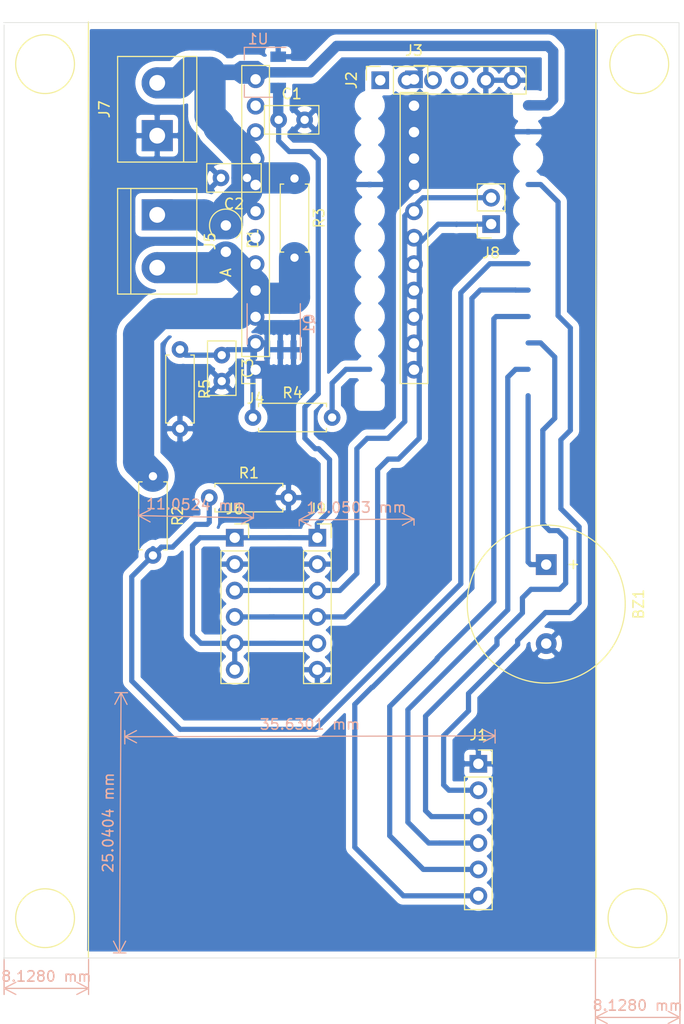
<source format=kicad_pcb>
(kicad_pcb (version 20211014) (generator pcbnew)
  (layers (0 "F.Cu" signal) (31 "B.Cu" signal) (34 "B.Paste" user) (35 "F.Paste" user) (36 "B.SilkS" user "B.Silkscreen") (37 "F.SilkS" user "F.Silkscreen") (38 "B.Mask" user) (39 "F.Mask" user) (44 "Edge.Cuts" user))
  (net 0 "")
  (net 1 "GND")
  (net 2 "VBAT")
  (net 3 "Net-(D1-Pad2)")
  (net 4 "SCK")
  (net 5 "MISO")
  (net 6 "CS")
  (net 7 "MOSI")
  (net 8 "ANAL_INPUT_V_NÍQUEL")
  (net 9 "RST")
  (net 10 "Net-(C3-Pad1)")
  (net 11 "D8")
  (net 12 "VCC")
  (net 13 "5V")
  (net 14 "SDA")
  (net 15 "SCL")
  (net 16 "10")
  (footprint "Capacitor_THT:C_Disc_D5.0mm_W2.5mm_P2.50mm" (layer "F.Cu") (at 114.98 95.5 -90)
    (fp_text reference "C3" (at 1.25 -2.5 90) (layer "F.SilkS"))
    (fp_text value "100n")
    (fp_line (start 3.87 -1.37) (end 3.87 1.37) (layer "F.SilkS") (width 0.12))
    (fp_line (start -1.37 -1.37) (end 3.87 -1.37) (layer "F.SilkS") (width 0.12))
    (fp_line (start -1.37 -1.37) (end -1.37 1.37) (layer "F.SilkS") (width 0.12))
    (fp_line (start -1.37 1.37) (end 3.87 1.37) (layer "F.SilkS") (width 0.12))
    (pad "1" thru_hole circle locked (at 0 0 270) (size 1.6 1.6) (drill 0.8) (layers *.Cu *.Mask) (net 10 "Net-(C3-Pad1)"))
    (pad "2" thru_hole circle locked (at 2.5 0 270) (size 1.6 1.6) (drill 0.8) (layers *.Cu *.Mask) (net 1 "GND"))
  )
  (footprint "TerminalBlock:TerminalBlock_bornier-2_P5.08mm" (layer "F.Cu") (at 108.77 74.382 90)
    (fp_text reference "J7" (at 2.54 -5.08 90) (layer "F.SilkS"))
    (fp_text value "Screw_Terminal_01x02")
    (fp_line (start -2.54 3.81) (end 7.62 3.81) (layer "F.SilkS") (width 0.12))
    (fp_line (start 7.62 3.81) (end 7.62 -3.81) (layer "F.SilkS") (width 0.12))
    (fp_line (start -2.54 -3.81) (end -2.54 3.81) (layer "F.SilkS") (width 0.12))
    (fp_line (start 7.62 -3.81) (end -2.54 -3.81) (layer "F.SilkS") (width 0.12))
    (fp_line (start 7.62 2.54) (end -2.54 2.54) (layer "F.SilkS") (width 0.12))
    (pad "1" thru_hole rect locked (at 0 0 90) (size 3 3) (drill 1.52) (layers *.Cu *.Mask) (net 1 "GND"))
    (pad "2" thru_hole circle locked (at 5.08 0 90) (size 3 3) (drill 1.52) (layers *.Cu *.Mask) (net 2 "VBAT"))
  )
  (footprint "Connector_PinSocket_2.54mm:PinSocket_1x12_P2.54mm_Vertical" (layer "F.Cu") (at 118.237 96.901 180)
    (fp_text reference "J4" (at 0 -2.77) (layer "F.SilkS"))
    (fp_text value "Conn_01x12_Female")
    (fp_line (start -1.33 1.27) (end 1.33 1.27) (layer "F.SilkS") (width 0.12))
    (fp_line (start 0 -1.33) (end 1.33 -1.33) (layer "F.SilkS") (width 0.12))
    (fp_line (start 1.33 1.27) (end 1.33 29.27) (layer "F.SilkS") (width 0.12))
    (fp_line (start -1.33 1.27) (end -1.33 29.27) (layer "F.SilkS") (width 0.12))
    (fp_line (start 1.33 -1.33) (end 1.33 0) (layer "F.SilkS") (width 0.12))
    (fp_line (start -1.33 29.27) (end 1.33 29.27) (layer "F.SilkS") (width 0.12))
    (pad "1" thru_hole rect locked (at 0 0 180) (size 1.7 1.7) (drill 1) (layers *.Cu *.Mask))
    (pad "2" thru_hole oval locked (at 0 2.54 180) (size 1.7 1.7) (drill 1) (layers *.Cu *.Mask) (net 11 "D8"))
    (pad "3" thru_hole oval locked (at 0 5.08 180) (size 1.7 1.7) (drill 1) (layers *.Cu *.Mask))
    (pad "4" thru_hole oval locked (at 0 7.62 180) (size 1.7 1.7) (drill 1) (layers *.Cu *.Mask))
    (pad "5" thru_hole oval locked (at 0 10.16 180) (size 1.7 1.7) (drill 1) (layers *.Cu *.Mask))
    (pad "6" thru_hole oval locked (at 0 12.7 180) (size 1.7 1.7) (drill 1) (layers *.Cu *.Mask))
    (pad "7" thru_hole oval locked (at 0 15.24 180) (size 1.7 1.7) (drill 1) (layers *.Cu *.Mask))
    (pad "8" thru_hole oval locked (at 0 17.78 180) (size 1.7 1.7) (drill 1) (layers *.Cu *.Mask))
    (pad "9" thru_hole oval locked (at 0 20.32 180) (size 1.7 1.7) (drill 1) (layers *.Cu *.Mask) (net 1 "GND"))
    (pad "10" thru_hole oval locked (at 0 22.86 180) (size 1.7 1.7) (drill 1) (layers *.Cu *.Mask) (net 9 "RST"))
    (pad "11" thru_hole oval locked (at 0 25.4 180) (size 1.7 1.7) (drill 1) (layers *.Cu *.Mask))
    (pad "12" thru_hole oval locked (at 0 27.94 180) (size 1.7 1.7) (drill 1) (layers *.Cu *.Mask))
  )
  (footprint "Capacitor_THT:C_Disc_D5.0mm_W2.5mm_P2.50mm" (layer "F.Cu") (at 120.454 72.858)
    (fp_text reference "C1" (at 1.25 -2.5 180) (layer "F.SilkS"))
    (fp_text value "C")
    (fp_line (start -1.37 1.37) (end 3.87 1.37) (layer "F.SilkS") (width 0.12))
    (fp_line (start -1.37 -1.37) (end -1.37 1.37) (layer "F.SilkS") (width 0.12))
    (fp_line (start -1.37 -1.37) (end 3.87 -1.37) (layer "F.SilkS") (width 0.12))
    (fp_line (start 3.87 -1.37) (end 3.87 1.37) (layer "F.SilkS") (width 0.12))
    (pad "1" thru_hole circle locked (at 0 0) (size 1.6 1.6) (drill 0.8) (layers *.Cu *.Mask) (net 12 "VCC"))
    (pad "2" thru_hole circle locked (at 2.5 0) (size 1.6 1.6) (drill 0.8) (layers *.Cu *.Mask) (net 1 "GND"))
  )
  (footprint "Connector_PinSocket_2.54mm:PinSocket_1x06_P2.54mm_Vertical" (layer "F.Cu") (at 116.23 113.065001)
    (fp_text reference "J6" (at 0 -2.77) (layer "F.SilkS"))
    (fp_text value "Conn_01x06_Male")
    (fp_line (start 1.33 -1.33) (end 1.33 0) (layer "F.SilkS") (width 0.12))
    (fp_line (start -1.33 14.03) (end 1.33 14.03) (layer "F.SilkS") (width 0.12))
    (fp_line (start 1.33 1.27) (end 1.33 14.03) (layer "F.SilkS") (width 0.12))
    (fp_line (start -1.33 1.27) (end 1.33 1.27) (layer "F.SilkS") (width 0.12))
    (fp_line (start 0 -1.33) (end 1.33 -1.33) (layer "F.SilkS") (width 0.12))
    (fp_line (start -1.33 1.27) (end -1.33 14.03) (layer "F.SilkS") (width 0.12))
    (pad "1" thru_hole rect locked (at 0 0) (size 1.7 1.7) (drill 1) (layers *.Cu *.Mask) (net 12 "VCC"))
    (pad "2" thru_hole oval locked (at 0 2.54) (size 1.7 1.7) (drill 1) (layers *.Cu *.Mask) (net 1 "GND"))
    (pad "3" thru_hole oval locked (at 0 5.08) (size 1.7 1.7) (drill 1) (layers *.Cu *.Mask) (net 15 "SCL"))
    (pad "4" thru_hole oval locked (at 0 7.62) (size 1.7 1.7) (drill 1) (layers *.Cu *.Mask) (net 14 "SDA"))
    (pad "5" thru_hole oval locked (at 0 10.16) (size 1.7 1.7) (drill 1) (layers *.Cu *.Mask) (net 12 "VCC"))
    (pad "6" thru_hole oval locked (at 0 12.7) (size 1.7 1.7) (drill 1) (layers *.Cu *.Mask) (net 12 "VCC"))
  )
  (footprint "Resistor_THT:R_Axial_DIN0207_L6.3mm_D2.5mm_P7.62mm_Horizontal" (layer "F.Cu") (at 113.78 109.21)
    (fp_text reference "R1" (at 3.81 -2.37) (layer "F.SilkS"))
    (fp_text value "R")
    (fp_line (start 0.54 -1.37) (end 7.08 -1.37) (layer "F.SilkS") (width 0.12))
    (fp_line (start 7.08 -1.37) (end 7.08 -1.04) (layer "F.SilkS") (width 0.12))
    (fp_line (start 0.54 1.37) (end 7.08 1.37) (layer "F.SilkS") (width 0.12))
    (fp_line (start 0.54 1.04) (end 0.54 1.37) (layer "F.SilkS") (width 0.12))
    (fp_line (start 7.08 1.37) (end 7.08 1.04) (layer "F.SilkS") (width 0.12))
    (fp_line (start 0.54 -1.04) (end 0.54 -1.37) (layer "F.SilkS") (width 0.12))
    (pad "1" thru_hole circle locked (at 0 0) (size 1.6 1.6) (drill 0.8) (layers *.Cu *.Mask) (net 8 "ANAL_INPUT_V_NÍQUEL"))
    (pad "2" thru_hole oval locked (at 7.62 0) (size 1.6 1.6) (drill 0.8) (layers *.Cu *.Mask) (net 1 "GND"))
  )
  (footprint "Connector_PinSocket_2.54mm:PinSocket_1x06_P2.54mm_Vertical" (layer "F.Cu") (at 130.22792 69.048 90)
    (fp_text reference "J2" (at 0 -2.77 90) (layer "F.SilkS"))
    (fp_text value "Conn_01x06_Female")
    (fp_line (start -1.33 1.27) (end 1.33 1.27) (layer "F.SilkS") (width 0.12))
    (fp_line (start 1.33 1.27) (end 1.33 14.03) (layer "F.SilkS") (width 0.12))
    (fp_line (start -1.33 14.03) (end 1.33 14.03) (layer "F.SilkS") (width 0.12))
    (fp_line (start -1.33 1.27) (end -1.33 14.03) (layer "F.SilkS") (width 0.12))
    (fp_line (start 0 -1.33) (end 1.33 -1.33) (layer "F.SilkS") (width 0.12))
    (fp_line (start 1.33 -1.33) (end 1.33 0) (layer "F.SilkS") (width 0.12))
    (pad "1" thru_hole rect locked (at 0 0 90) (size 1.7 1.7) (drill 1) (layers *.Cu *.Mask))
    (pad "2" thru_hole oval locked (at 0 2.54 90) (size 1.7 1.7) (drill 1) (layers *.Cu *.Mask))
    (pad "3" thru_hole oval locked (at 0 5.08 90) (size 1.7 1.7) (drill 1) (layers *.Cu *.Mask))
    (pad "4" thru_hole oval locked (at 0 7.62 90) (size 1.7 1.7) (drill 1) (layers *.Cu *.Mask) (net 13 "5V"))
    (pad "5" thru_hole oval locked (at 0 10.16 90) (size 1.7 1.7) (drill 1) (layers *.Cu *.Mask) (net 1 "GND"))
    (pad "6" thru_hole oval locked (at 0 12.7 90) (size 1.7 1.7) (drill 1) (layers *.Cu *.Mask) (net 1 "GND"))
  )
  (footprint "Connector_PinSocket_2.54mm:PinSocket_1x12_P2.54mm_Vertical" (layer "F.Cu") (at 133.477 68.961)
    (fp_text reference "J3" (at 0 -2.77) (layer "F.SilkS"))
    (fp_text value "Conn_01x12_Female")
    (fp_line (start -1.33 1.27) (end 1.33 1.27) (layer "F.SilkS") (width 0.12))
    (fp_line (start -1.33 1.27) (end -1.33 29.27) (layer "F.SilkS") (width 0.12))
    (fp_line (start 0 -1.33) (end 1.33 -1.33) (layer "F.SilkS") (width 0.12))
    (fp_line (start -1.33 29.27) (end 1.33 29.27) (layer "F.SilkS") (width 0.12))
    (fp_line (start 1.33 -1.33) (end 1.33 0) (layer "F.SilkS") (width 0.12))
    (fp_line (start 1.33 1.27) (end 1.33 29.27) (layer "F.SilkS") (width 0.12))
    (pad "1" thru_hole rect locked (at 0 0) (size 1.7 1.7) (drill 1) (layers *.Cu *.Mask) (net 2 "VBAT"))
    (pad "2" thru_hole oval locked (at 0 2.54) (size 1.7 1.7) (drill 1) (layers *.Cu *.Mask) (net 1 "GND"))
    (pad "3" thru_hole oval locked (at 0 5.08) (size 1.7 1.7) (drill 1) (layers *.Cu *.Mask) (net 9 "RST"))
    (pad "4" thru_hole oval locked (at 0 7.62) (size 1.7 1.7) (drill 1) (layers *.Cu *.Mask) (net 13 "5V"))
    (pad "5" thru_hole oval locked (at 0 10.16) (size 1.7 1.7) (drill 1) (layers *.Cu *.Mask))
    (pad "6" thru_hole oval locked (at 0 12.7) (size 1.7 1.7) (drill 1) (layers *.Cu *.Mask))
    (pad "7" thru_hole oval locked (at 0 15.24) (size 1.7 1.7) (drill 1) (layers *.Cu *.Mask) (net 8 "ANAL_INPUT_V_NÍQUEL"))
    (pad "8" thru_hole oval locked (at 0 17.78) (size 1.7 1.7) (drill 1) (layers *.Cu *.Mask) (net 6 "CS"))
    (pad "9" thru_hole oval locked (at 0 20.32) (size 1.7 1.7) (drill 1) (layers *.Cu *.Mask) (net 4 "SCK"))
    (pad "10" thru_hole oval locked (at 0 22.86) (size 1.7 1.7) (drill 1) (layers *.Cu *.Mask) (net 5 "MISO"))
    (pad "11" thru_hole oval locked (at 0 25.4) (size 1.7 1.7) (drill 1) (layers *.Cu *.Mask) (net 7 "MOSI"))
    (pad "12" thru_hole oval locked (at 0 27.94) (size 1.7 1.7) (drill 1) (layers *.Cu *.Mask) (net 16 "10"))
  )
  (footprint "Connector_PinSocket_2.54mm:PinSocket_1x06_P2.54mm_Vertical" (layer "F.Cu") (at 124.179001 113.065001)
    (fp_text reference "J9" (at 0 -2.77) (layer "F.SilkS"))
    (fp_text value "Conn_01x06_Male")
    (fp_line (start -1.33 1.27) (end 1.33 1.27) (layer "F.SilkS") (width 0.12))
    (fp_line (start 1.33 1.27) (end 1.33 14.03) (layer "F.SilkS") (width 0.12))
    (fp_line (start -1.33 1.27) (end -1.33 14.03) (layer "F.SilkS") (width 0.12))
    (fp_line (start 1.33 -1.33) (end 1.33 0) (layer "F.SilkS") (width 0.12))
    (fp_line (start 0 -1.33) (end 1.33 -1.33) (layer "F.SilkS") (width 0.12))
    (fp_line (start -1.33 14.03) (end 1.33 14.03) (layer "F.SilkS") (width 0.12))
    (pad "1" thru_hole rect locked (at 0 0) (size 1.7 1.7) (drill 1) (layers *.Cu *.Mask) (net 12 "VCC"))
    (pad "2" thru_hole oval locked (at 0 2.54) (size 1.7 1.7) (drill 1) (layers *.Cu *.Mask) (net 1 "GND"))
    (pad "3" thru_hole oval locked (at 0 5.08) (size 1.7 1.7) (drill 1) (layers *.Cu *.Mask) (net 15 "SCL"))
    (pad "4" thru_hole oval locked (at 0 7.62) (size 1.7 1.7) (drill 1) (layers *.Cu *.Mask) (net 14 "SDA"))
    (pad "5" thru_hole oval locked (at 0 10.16) (size 1.7 1.7) (drill 1) (layers *.Cu *.Mask) (net 12 "VCC"))
    (pad "6" thru_hole oval locked (at 0 12.7) (size 1.7 1.7) (drill 1) (layers *.Cu *.Mask) (net 1 "GND"))
  )
  (footprint "Buzzer_Beeper:Buzzer_15x7.5RM7.6" (layer "F.Cu") (at 146.2 115.65 -90)
    (fp_text reference "BZ1" (at 3.81 -8.89 90) (layer "F.SilkS"))
    (fp_text value "Buzzer")
    (fp_text user "+" (at -0.01 -2.54 90) (layer "F.SilkS"))
    (fp_circle (center 3.8 0) (end 11.4 0) (layer "F.SilkS") (width 0.12) (fill none))
    (pad "1" thru_hole rect locked (at 0 0 270) (size 2 2) (drill 1) (layers *.Cu *.Mask) (net 16 "10"))
    (pad "2" thru_hole circle locked (at 7.6 0 270) (size 2 2) (drill 1) (layers *.Cu *.Mask) (net 1 "GND"))
  )
  (footprint "TerminalBlock:TerminalBlock_bornier-2_P5.08mm" (layer "F.Cu") (at 108.77 82.002 -90)
    (fp_text reference "J5" (at 2.54 -5.08 90) (layer "F.SilkS"))
    (fp_text value "Screw_Terminal_01x02")
    (fp_line (start 7.62 -3.81) (end -2.54 -3.81) (layer "F.SilkS") (width 0.12))
    (fp_line (start -2.54 3.81) (end 7.62 3.81) (layer "F.SilkS") (width 0.12))
    (fp_line (start 7.62 2.54) (end -2.54 2.54) (layer "F.SilkS") (width 0.12))
    (fp_line (start -2.54 -3.81) (end -2.54 3.81) (layer "F.SilkS") (width 0.12))
    (fp_line (start 7.62 3.81) (end 7.62 -3.81) (layer "F.SilkS") (width 0.12))
    (pad "1" thru_hole rect locked (at 0 0 270) (size 3 3) (drill 1.52) (layers *.Cu *.Mask) (net 2 "VBAT"))
    (pad "2" thru_hole circle locked (at 5.08 0 270) (size 3 3) (drill 1.52) (layers *.Cu *.Mask) (net 3 "Net-(D1-Pad2)"))
  )
  (footprint "Resistor_THT:R_Axial_DIN0207_L6.3mm_D2.5mm_P7.62mm_Horizontal" (layer "F.Cu") (at 121.98 78.5 -90)
    (fp_text reference "R3" (at 3.81 -2.37 90) (layer "F.SilkS"))
    (fp_text value "R")
    (fp_line (start 0.54 -1.04) (end 0.54 -1.37) (layer "F.SilkS") (width 0.12))
    (fp_line (start 0.54 1.37) (end 7.08 1.37) (layer "F.SilkS") (width 0.12))
    (fp_line (start 7.08 1.37) (end 7.08 1.04) (layer "F.SilkS") (width 0.12))
    (fp_line (start 0.54 -1.37) (end 7.08 -1.37) (layer "F.SilkS") (width 0.12))
    (fp_line (start 0.54 1.04) (end 0.54 1.37) (layer "F.SilkS") (width 0.12))
    (fp_line (start 7.08 -1.37) (end 7.08 -1.04) (layer "F.SilkS") (width 0.12))
    (pad "1" thru_hole circle locked (at 0 0 270) (size 1.6 1.6) (drill 0.8) (layers *.Cu *.Mask) (net 2 "VBAT"))
    (pad "2" thru_hole oval locked (at 7.62 0 270) (size 1.6 1.6) (drill 0.8) (layers *.Cu *.Mask) (net 3 "Net-(D1-Pad2)"))
  )
  (footprint "Capacitor_THT:C_Disc_D5.0mm_W2.5mm_P2.50mm" (layer "F.Cu") (at 117.406 78.446 180)
    (fp_text reference "C2" (at 1.25 -2.5) (layer "F.SilkS"))
    (fp_text value "C")
    (fp_line (start 3.87 -1.37) (end 3.87 1.37) (layer "F.SilkS") (width 0.12))
    (fp_line (start -1.37 1.37) (end 3.87 1.37) (layer "F.SilkS") (width 0.12))
    (fp_line (start -1.37 -1.37) (end 3.87 -1.37) (layer "F.SilkS") (width 0.12))
    (fp_line (start -1.37 -1.37) (end -1.37 1.37) (layer "F.SilkS") (width 0.12))
    (pad "1" thru_hole circle locked (at 0 0 180) (size 1.6 1.6) (drill 0.8) (layers *.Cu *.Mask) (net 2 "VBAT"))
    (pad "2" thru_hole circle locked (at 2.5 0 180) (size 1.6 1.6) (drill 0.8) (layers *.Cu *.Mask) (net 1 "GND"))
  )
  (footprint "Resistor_THT:R_Axial_DIN0207_L6.3mm_D2.5mm_P7.62mm_Horizontal" (layer "F.Cu") (at 108.36 107.15 -90)
    (fp_text reference "R2" (at 3.81 -2.37 90) (layer "F.SilkS"))
    (fp_text value "R")
    (fp_line (start 0.54 1.37) (end 7.08 1.37) (layer "F.SilkS") (width 0.12))
    (fp_line (start 7.08 -1.37) (end 7.08 -1.04) (layer "F.SilkS") (width 0.12))
    (fp_line (start 0.54 1.04) (end 0.54 1.37) (layer "F.SilkS") (width 0.12))
    (fp_line (start 0.54 -1.37) (end 7.08 -1.37) (layer "F.SilkS") (width 0.12))
    (fp_line (start 7.08 1.37) (end 7.08 1.04) (layer "F.SilkS") (width 0.12))
    (fp_line (start 0.54 -1.04) (end 0.54 -1.37) (layer "F.SilkS") (width 0.12))
    (pad "1" thru_hole circle locked (at 0 0 270) (size 1.6 1.6) (drill 0.8) (layers *.Cu *.Mask) (net 3 "Net-(D1-Pad2)"))
    (pad "2" thru_hole oval locked (at 7.62 0 270) (size 1.6 1.6) (drill 0.8) (layers *.Cu *.Mask) (net 8 "ANAL_INPUT_V_NÍQUEL"))
  )
  (footprint "Connector_PinSocket_2.54mm:PinSocket_1x06_P2.54mm_Vertical" (layer "F.Cu") (at 139.67 134.82)
    (fp_text reference "J1" (at 0 -2.77) (layer "F.SilkS"))
    (fp_text value "Conn_01x06_Female")
    (fp_line (start -1.33 1.27) (end -1.33 14.03) (layer "F.SilkS") (width 0.12))
    (fp_line (start 1.33 1.27) (end 1.33 14.03) (layer "F.SilkS") (width 0.12))
    (fp_line (start 0 -1.33) (end 1.33 -1.33) (layer "F.SilkS") (width 0.12))
    (fp_line (start -1.33 1.27) (end 1.33 1.27) (layer "F.SilkS") (width 0.12))
    (fp_line (start -1.33 14.03) (end 1.33 14.03) (layer "F.SilkS") (width 0.12))
    (fp_line (start 1.33 -1.33) (end 1.33 0) (layer "F.SilkS") (width 0.12))
    (pad "1" thru_hole rect locked (at 0 0) (size 1.7 1.7) (drill 1) (layers *.Cu *.Mask) (net 1 "GND"))
    (pad "2" thru_hole oval locked (at 0 2.54) (size 1.7 1.7) (drill 1) (layers *.Cu *.Mask) (net 13 "5V"))
    (pad "3" thru_hole oval locked (at 0 5.08) (size 1.7 1.7) (drill 1) (layers *.Cu *.Mask) (net 5 "MISO"))
    (pad "4" thru_hole oval locked (at 0 7.62) (size 1.7 1.7) (drill 1) (layers *.Cu *.Mask) (net 7 "MOSI"))
    (pad "5" thru_hole oval locked (at 0 10.16) (size 1.7 1.7) (drill 1) (layers *.Cu *.Mask) (net 4 "SCK"))
    (pad "6" thru_hole oval locked (at 0 12.7) (size 1.7 1.7) (drill 1) (layers *.Cu *.Mask) (net 6 "CS"))
  )
  (footprint "Resistor_THT:R_Axial_DIN0207_L6.3mm_D2.5mm_P7.62mm_Horizontal" (layer "F.Cu") (at 117.98 101.5)
    (fp_text reference "R4" (at 3.81 -2.37) (layer "F.SilkS"))
    (fp_text value "1k")
    (fp_line (start 7.08 -1.37) (end 7.08 -1.04) (layer "F.SilkS") (width 0.12))
    (fp_line (start 7.08 1.37) (end 7.08 1.04) (layer "F.SilkS") (width 0.12))
    (fp_line (start 0.54 1.37) (end 7.08 1.37) (layer "F.SilkS") (width 0.12))
    (fp_line (start 0.54 1.04) (end 0.54 1.37) (layer "F.SilkS") (width 0.12))
    (fp_line (start 0.54 -1.37) (end 7.08 -1.37) (layer "F.SilkS") (width 0.12))
    (fp_line (start 0.54 -1.04) (end 0.54 -1.37) (layer "F.SilkS") (width 0.12))
    (pad "1" thru_hole circle locked (at 0 0) (size 1.6 1.6) (drill 0.8) (layers *.Cu *.Mask) (net 10 "Net-(C3-Pad1)"))
    (pad "2" thru_hole oval locked (at 7.62 0) (size 1.6 1.6) (drill 0.8) (layers *.Cu *.Mask) (net 11 "D8"))
  )
  (footprint "Diode_THT:D_T-1_P2.54mm_Vertical_AnodeUp" (layer "F.Cu") (at 115.374 83.018 -90)
    (fp_text reference "D1" (at 1.27 -2.609214 90) (layer "F.SilkS"))
    (fp_text value "D")
    (fp_text user "A" (at 4.54 0 90) (layer "F.SilkS"))
    (fp_arc (start 1.151253 1.067982) (mid -1.56969 -0.045178) (end 1.210772 -1) (layer "F.SilkS") (width 0.12))
    (pad "1" thru_hole rect locked (at 0 0 270) (size 2 2) (drill 1) (layers *.Cu *.Mask) (net 2 "VBAT"))
    (pad "2" thru_hole oval locked (at 2.54 0 270) (size 2 2) (drill 1) (layers *.Cu *.Mask) (net 3 "Net-(D1-Pad2)"))
  )
  (footprint "Resistor_THT:R_Axial_DIN0207_L6.3mm_D2.5mm_P7.62mm_Horizontal" (layer "F.Cu") (at 110.96 94.95 -90)
    (fp_text reference "R5" (at 3.81 -2.37 90) (layer "F.SilkS"))
    (fp_text value "100k")
    (fp_line (start 7.08 -1.37) (end 7.08 -1.04) (layer "F.SilkS") (width 0.12))
    (fp_line (start 0.54 -1.37) (end 7.08 -1.37) (layer "F.SilkS") (width 0.12))
    (fp_line (start 0.54 1.37) (end 7.08 1.37) (layer "F.SilkS") (width 0.12))
    (fp_line (start 0.54 1.04) (end 0.54 1.37) (layer "F.SilkS") (width 0.12))
    (fp_line (start 0.54 -1.04) (end 0.54 -1.37) (layer "F.SilkS") (width 0.12))
    (fp_line (start 7.08 1.37) (end 7.08 1.04) (layer "F.SilkS") (width 0.12))
    (pad "1" thru_hole circle locked (at 0 0 270) (size 1.6 1.6) (drill 0.8) (layers *.Cu *.Mask) (net 10 "Net-(C3-Pad1)"))
    (pad "2" thru_hole oval locked (at 7.62 0 270) (size 1.6 1.6) (drill 0.8) (layers *.Cu *.Mask) (net 1 "GND"))
  )
  (footprint "Connector_PinSocket_2.54mm:PinSocket_1x02_P2.54mm_Vertical" (layer "F.Cu") (at 140.901 82.891 180)
    (fp_text reference "J8" (at 0 -2.77) (layer "F.SilkS"))
    (fp_text value "Conn_01x02_Female")
    (fp_line (start 1.33 1.27) (end 1.33 3.87) (layer "F.SilkS") (width 0.12))
    (fp_line (start 0 -1.33) (end 1.33 -1.33) (layer "F.SilkS") (width 0.12))
    (fp_line (start -1.33 1.27) (end 1.33 1.27) (layer "F.SilkS") (width 0.12))
    (fp_line (start 1.33 -1.33) (end 1.33 0) (layer "F.SilkS") (width 0.12))
    (fp_line (start -1.33 3.87) (end 1.33 3.87) (layer "F.SilkS") (width 0.12))
    (fp_line (start -1.33 1.27) (end -1.33 3.87) (layer "F.SilkS") (width 0.12))
    (pad "1" thru_hole rect locked (at 0 0 180) (size 1.7 1.7) (drill 1) (layers *.Cu *.Mask) (net 14 "SDA"))
    (pad "2" thru_hole oval locked (at 0 2.54 180) (size 1.7 1.7) (drill 1) (layers *.Cu *.Mask) (net 15 "SCL"))
  )
  (footprint "Package_TO_SOT_SMD:SOT-89-3" (layer "B.Cu") (at 118.93 68.286 180)
    (fp_text reference "U1" (at 0.45 3.2) (layer "B.SilkS") (effects (justify mirror)))
    (fp_text value "ME620933")
    (fp_line (start 1.78 2.4) (end 1.78 1.2) (layer "B.SilkS") (width 0.12))
    (fp_line (start -2.22 2.4) (end 1.78 2.4) (layer "B.SilkS") (width 0.12))
    (fp_line (start 1.78 -2.4) (end -0.92 -2.4) (layer "B.SilkS") (width 0.12))
    (fp_line (start 1.78 -1.2) (end 1.78 -2.4) (layer "B.SilkS") (width 0.12))
    (pad "1" smd rect locked (at -1.48 1.5 270) (size 1 1.5) (layers "B.Cu" "B.Paste" "B.Mask") (net 1 "GND"))
    (pad "2" smd rect locked (at -1.3335 0 270) (size 1 1.8) (layers "B.Cu" "B.Paste" "B.Mask") (net 2 "VBAT"))
    (pad "2" smd trapezoid locked (at -0.0762 0 90) (size 1.5 1) (rect_delta 0 -0.7) (layers "B.Cu" "B.Paste" "B.Mask") (net 2 "VBAT"))
    (pad "2" smd trapezoid locked (at 2.667 0 270) (size 1.6 0.85) (rect_delta 0 -0.6) (layers "B.Cu" "B.Paste" "B.Mask") (net 2 "VBAT"))
    (pad "2" smd rect locked (at 1.3335 0 270) (size 2.2 1.84) (layers "B.Cu" "B.Paste" "B.Mask") (net 2 "VBAT"))
    (pad "3" smd rect locked (at -1.48 -1.5 270) (size 1 1.5) (layers "B.Cu" "B.Paste" "B.Mask") (net 12 "VCC"))
  )
  (footprint "Package_SO:SOIC-8_3.9x4.9mm_P1.27mm" (layer "B.Cu") (at 119.98 92.5 90)
    (fp_text reference "Q1" (at 0 3.4 90) (layer "B.SilkS") (effects (justify mirror)))
    (fp_text value "IRF7403")
    (fp_line (start 0 2.56) (end -3.45 2.56) (layer "B.SilkS") (width 0.12))
    (fp_line (start 0 2.56) (end 1.95 2.56) (layer "B.SilkS") (width 0.12))
    (fp_line (start 0 -2.56) (end -1.95 -2.56) (layer "B.SilkS") (width 0.12))
    (fp_line (start 0 -2.56) (end 1.95 -2.56) (layer "B.SilkS") (width 0.12))
    (pad "1" smd roundrect locked (at -2.475 1.905 90) (size 1.95 0.6) (layers "B.Cu" "B.Paste" "B.Mask") (net 1 "GND"))
    (pad "2" smd roundrect locked (at -2.475 0.635 90) (size 1.95 0.6) (layers "B.Cu" "B.Paste" "B.Mask") (net 1 "GND"))
    (pad "3" smd roundrect locked (at -2.475 -0.635 90) (size 1.95 0.6) (layers "B.Cu" "B.Paste" "B.Mask") (net 1 "GND"))
    (pad "4" smd roundrect locked (at -2.475 -1.905 90) (size 1.95 0.6) (layers "B.Cu" "B.Paste" "B.Mask") (net 10 "Net-(C3-Pad1)"))
    (pad "5" smd roundrect locked (at 2.475 -1.905 90) (size 1.95 0.6) (layers "B.Cu" "B.Paste" "B.Mask") (net 3 "Net-(D1-Pad2)"))
    (pad "6" smd roundrect locked (at 2.475 -0.635 90) (size 1.95 0.6) (layers "B.Cu" "B.Paste" "B.Mask") (net 3 "Net-(D1-Pad2)"))
    (pad "7" smd roundrect locked (at 2.475 0.635 90) (size 1.95 0.6) (layers "B.Cu" "B.Paste" "B.Mask") (net 3 "Net-(D1-Pad2)"))
    (pad "8" smd roundrect locked (at 2.475 1.905 90) (size 1.95 0.6) (layers "B.Cu" "B.Paste" "B.Mask") (net 3 "Net-(D1-Pad2)"))
  )
  (gr_circle (center 155.151573 67.5) (end 157.151573 69.5) (layer "F.SilkS") (width 0.12) (fill none))
  (gr_line (start 102.15 63.44) (end 102.15 153.44) (layer "F.SilkS") (width 0.12))
  (gr_line (start 150.98 63.5) (end 150.98 153.5) (layer "F.SilkS") (width 0.12))
  (gr_circle (center 97.98 149.671573) (end 99.98 151.671573) (layer "F.SilkS") (width 0.12) (fill none))
  (gr_circle (center 154.98 149.671573) (end 156.98 151.671573) (layer "F.SilkS") (width 0.12) (fill none))
  (gr_circle (center 97.98 67.5) (end 99.98 69.5) (layer "F.SilkS") (width 0.12) (fill none))
  (gr_line (start 93.98 63.5) (end 158.98 63.5) (layer "Edge.Cuts") (width 0.05))
  (gr_line (start 93.98 153.5) (end 158.98 153.5) (layer "Edge.Cuts") (width 0.05))
  (gr_line (start 158.98 63.5) (end 158.98 153.5) (layer "Edge.Cuts") (width 0.05))
  (gr_line (start 94.038 153.714) (end 94.038 63.714) (layer "Edge.Cuts") (width 0.05))
  (dimension (type aligned) (layer "B.SilkS") (pts (xy 102.166 153.63) (xy 94.038 153.63)) (height -2.794) (gr_text "8.1280 mm" (at 98.102 155.274) (layer "B.SilkS") (effects (font (size 1 1) (thickness 0.15)))) (format (units 2) (units_format 1) (precision 4)) (style (thickness 0.12) (arrow_length 1.27) (text_position_mode 0) (extension_height 0.58642) (extension_offset 0) keep_text_aligned))
  (dimension (type aligned) (layer "B.SilkS") (pts (xy 105.761834 153.013725) (xy 105.911834 127.973725)) (height -0.621845) (gr_text "25.0404 mm" (at 104.065021 140.483111 89.65677859) (layer "B.SilkS") (effects (font (size 1 1) (thickness 0.15)))) (format (units 2) (units_format 1) (precision 4)) (style (thickness 0.12) (arrow_length 1.27) (text_position_mode 0) (extension_height 0.58642) (extension_offset 0) keep_text_aligned))
  (dimension (type aligned) (layer "B.SilkS") (pts (xy 106.97 110.96) (xy 118.02 111.19)) (height -0.024139) (gr_text "11.0524 mm" (at 112.519433 109.901115 358.8075903) (layer "B.SilkS") (effects (font (size 1 1) (thickness 0.15)))) (format (units 2) (units_format 1) (precision 4)) (style (thickness 0.12) (arrow_length 1.27) (text_position_mode 0) (extension_height 0.58642) (extension_offset 0) keep_text_aligned))
  (dimension (type aligned) (layer "B.SilkS") (pts (xy 133.48 111.27) (xy 122.43 111.35)) (height 0) (gr_text "11.0503 mm" (at 127.946674 110.16003 0.4148038262) (layer "B.SilkS") (effects (font (size 1 1) (thickness 0.15)))) (format (units 2) (units_format 1) (precision 4)) (style (thickness 0.12) (arrow_length 1.27) (text_position_mode 0) (extension_height 0.58642) (extension_offset 0) keep_text_aligned))
  (dimension (type aligned) (layer "B.SilkS") (pts (xy 105.651554 132.902205) (xy 141.281554 132.822205)) (height -0.692206) (gr_text "35.6301 mm" (at 123.462418 131.020004 0.1286459348) (layer "B.SilkS") (effects (font (size 1 1) (thickness 0.15)))) (format (units 2) (units_format 1) (precision 4)) (style (thickness 0.12) (arrow_length 1.27) (text_position_mode 0) (extension_height 0.58642) (extension_offset 0) keep_text_aligned))
  (dimension (type aligned) (layer "B.SilkS") (pts (xy 159.062 153.63) (xy 150.934 153.63)) (height -5.588) (gr_text "8.1280 mm" (at 154.998 158.068) (layer "B.SilkS") (effects (font (size 1 1) (thickness 0.15)))) (format (units 2) (units_format 1) (precision 4)) (style (thickness 0.12) (arrow_length 1.27) (text_position_mode 0) (extension_height 0.58642) (extension_offset 0) keep_text_aligned))
  (segment (start 144.457 71.461) (end 144.711 71.461) (width 1) (layer "B.Cu") (net 2))
  (segment (start 113.85 72.47) (end 113.85 68.286) (width 3) (layer "B.Cu") (net 2))
  (segment (start 116.898 68.286) (end 117.5965 68.286) (width 1) (layer "B.Cu") (net 2))
  (segment (start 117.406 76.286) (end 114.7 73.58) (width 3) (layer "B.Cu") (net 2))
  (segment (start 114.7 73.58) (end 114.7 73.32) (width 3) (layer "B.Cu") (net 2))
  (segment (start 111.90732 68.286) (end 113.85 68.286) (width 3) (layer "B.Cu") (net 2))
  (segment (start 126.042 65.746) (end 146.362 65.746) (width 1) (layer "B.Cu") (net 2))
  (segment (start 108.77 69.302) (end 110.89132 69.302) (width 3) (layer "B.Cu") (net 2))
  (segment (start 115.534001 81.518001) (end 115.534001 82.857999) (width 3) (layer "B.Cu") (net 2))
  (segment (start 117.406001 79.646001) (end 115.534001 81.518001) (width 3) (layer "B.Cu") (net 2))
  (segment (start 117.406 78.446) (end 117.406 76.286) (width 3) (layer "B.Cu") (net 2))
  (segment (start 114.7 73.32) (end 113.85 72.47) (width 3) (layer "B.Cu") (net 2))
  (segment (start 117.406 78.446) (end 121.926 78.446) (width 3) (layer "B.Cu") (net 2))
  (segment (start 146.307 71.461) (end 144.457 71.461) (width 1) (layer "B.Cu") (net 2))
  (segment (start 146.87 66.254) (end 146.87 70.898) (width 1) (layer "B.Cu") (net 2))
  (segment (start 116.263 68.286) (end 113.85 68.286) (width 1.5) (layer "B.Cu") (net 2))
  (segment (start 110.89132 69.302) (end 111.90732 68.286) (width 3) (layer "B.Cu") (net 2))
  (segment (start 120.2635 68.286) (end 123.502 68.286) (width 1) (layer "B.Cu") (net 2))
  (segment (start 114.125999 82.857999) (end 113.27 82.002) (width 3) (layer "B.Cu") (net 2))
  (segment (start 146.87 70.898) (end 146.307 71.461) (width 1) (layer "B.Cu") (net 2))
  (segment (start 117.5965 68.286) (end 120.2635 68.286) (width 0.5) (layer "B.Cu") (net 2))
  (segment (start 123.502 68.286) (end 126.042 65.746) (width 1) (layer "B.Cu") (net 2))
  (segment (start 121.926 78.446) (end 121.98 78.5) (width 3) (layer "B.Cu") (net 2))
  (segment (start 113.27 82.002) (end 108.77 82.002) (width 3) (layer "B.Cu") (net 2))
  (segment (start 115.534001 82.857999) (end 114.125999 82.857999) (width 3) (layer "B.Cu") (net 2))
  (segment (start 146.362 65.746) (end 146.87 66.254) (width 1) (layer "B.Cu") (net 2))
  (segment (start 117.406 78.446) (end 117.406001 79.646001) (width 3) (layer "B.Cu") (net 2))
  (segment (start 121.98 86.12) (end 121.98 89.93) (width 3) (layer "B.Cu") (net 3))
  (segment (start 106.98 105.77) (end 108.36 107.15) (width 3) (layer "B.Cu") (net 3))
  (segment (start 118.075 88.759009) (end 115.374 86.058009) (width 3) (layer "B.Cu") (net 3))
  (segment (start 118.075 90.025) (end 120.505 90.025) (width 3) (layer "B.Cu") (net 3))
  (segment (start 106.98 93.5) (end 106.98 105.77) (width 3) (layer "B.Cu") (net 3))
  (segment (start 118.075 90.025) (end 118.075 88.759009) (width 3) (layer "B.Cu") (net 3))
  (segment (start 121.98 89.93) (end 121.885 90.025) (width 3) (layer "B.Cu") (net 3))
  (segment (start 116.6 91.5) (end 108.98 91.5) (width 3) (layer "B.Cu") (net 3))
  (segment (start 120.615 90.025) (end 121.885 90.025) (width 3) (layer "B.Cu") (net 3))
  (segment (start 114.350009 87.082) (end 115.374 86.058009) (width 3) (layer "B.Cu") (net 3))
  (segment (start 108.77 87.082) (end 114.350009 87.082) (width 3) (layer "B.Cu") (net 3))
  (segment (start 118.075 90.025) (end 116.6 91.5) (width 3) (layer "B.Cu") (net 3))
  (segment (start 120.505 90.025) (end 121.885 90.025) (width 0.5) (layer "B.Cu") (net 3))
  (segment (start 108.98 91.5) (end 106.98 93.5) (width 3) (layer "B.Cu") (net 3))
  (segment (start 141.16 92.002) (end 141.16 119.2) (width 0.5) (layer "B.Cu") (net 4))
  (segment (start 131.14 141.74) (end 134.38 144.98) (width 0.5) (layer "B.Cu") (net 4))
  (segment (start 135.7 124.74) (end 131.14 129.3) (width 0.5) (layer "B.Cu") (net 4))
  (segment (start 134.38 144.98) (end 139.67 144.98) (width 0.5) (layer "B.Cu") (net 4))
  (segment (start 144.457 91.781) (end 141.381 91.781) (width 0.5) (layer "B.Cu") (net 4))
  (segment (start 135.7 124.66) (end 135.7 124.74) (width 0.5) (layer "B.Cu") (net 4))
  (segment (start 141.381 91.781) (end 141.16 92.002) (width 0.5) (layer "B.Cu") (net 4))
  (segment (start 141.16 119.2) (end 135.7 124.66) (width 0.5) (layer "B.Cu") (net 4))
  (segment (start 131.14 129.3) (end 131.14 141.74) (width 0.5) (layer "B.Cu") (net 4))
  (segment (start 147.33 112.38) (end 148.07 113.12) (width 0.5) (layer "B.Cu") (net 5))
  (segment (start 134.59 130.23) (end 141.46 123.36) (width 0.5) (layer "B.Cu") (net 5))
  (segment (start 144.73 118.03) (end 143.91 118.85) (width 0.5) (layer "B.Cu") (net 5))
  (segment (start 145.659081 94.321) (end 147.02 95.681919) (width 0.5) (layer "B.Cu") (net 5))
  (segment (start 146.52 112.38) (end 147.33 112.38) (width 0.5) (layer "B.Cu") (net 5))
  (segment (start 134.59 139.33) (end 134.59 130.23) (width 0.5) (layer "B.Cu") (net 5))
  (segment (start 148.07 113.12) (end 148.07 117.44) (width 0.5) (layer "B.Cu") (net 5))
  (segment (start 147.02 101.57) (end 145.87 102.72) (width 0.5) (layer "B.Cu") (net 5))
  (segment (start 145.87 102.72) (end 145.87 111.73) (width 0.5) (layer "B.Cu") (net 5))
  (segment (start 135.16 139.9) (end 134.59 139.33) (width 0.5) (layer "B.Cu") (net 5))
  (segment (start 147.48 118.03) (end 144.73 118.03) (width 0.5) (layer "B.Cu") (net 5))
  (segment (start 147.02 95.681919) (end 147.02 101.57) (width 0.5) (layer "B.Cu") (net 5))
  (segment (start 143.91 120.3) (end 141.46 122.75) (width 0.5) (layer "B.Cu") (net 5))
  (segment (start 144.457 94.321) (end 145.659081 94.321) (width 0.5) (layer "B.Cu") (net 5))
  (segment (start 148.07 117.44) (end 147.48 118.03) (width 0.5) (layer "B.Cu") (net 5))
  (segment (start 139.67 139.9) (end 135.16 139.9) (width 0.5) (layer "B.Cu") (net 5))
  (segment (start 143.91 118.85) (end 143.91 120.3) (width 0.5) (layer "B.Cu") (net 5))
  (segment (start 141.46 122.75) (end 141.46 123.36) (width 0.5) (layer "B.Cu") (net 5))
  (segment (start 141.46 123.36) (end 141.46 123.35) (width 0.5) (layer "B.Cu") (net 5))
  (segment (start 145.87 111.73) (end 146.52 112.38) (width 0.5) (layer "B.Cu") (net 5))
  (segment (start 127.78 142.84) (end 132.46 147.52) (width 0.5) (layer "B.Cu") (net 6))
  (segment (start 129.43 127.45) (end 127.78 129.1) (width 0.5) (layer "B.Cu") (net 6))
  (segment (start 129.49 127.45) (end 129.43 127.45) (width 0.5) (layer "B.Cu") (net 6))
  (segment (start 132.46 147.52) (end 139.67 147.52) (width 0.5) (layer "B.Cu") (net 6))
  (segment (start 139.86 89.23) (end 139.05 90.04) (width 0.5) (layer "B.Cu") (net 6))
  (segment (start 139.05 117.89) (end 129.49 127.45) (width 0.5) (layer "B.Cu") (net 6))
  (segment (start 143.243919 89.23) (end 139.86 89.23) (width 0.5) (layer "B.Cu") (net 6))
  (segment (start 127.78 129.1) (end 127.78 142.84) (width 0.5) (layer "B.Cu") (net 6))
  (segment (start 143.254919 89.241) (end 143.243919 89.23) (width 0.5) (layer "B.Cu") (net 6))
  (segment (start 144.457 89.241) (end 143.254919 89.241) (width 0.5) (layer "B.Cu") (net 6))
  (segment (start 139.05 90.04) (end 139.05 117.89) (width 0.5) (layer "B.Cu") (net 6))
  (segment (start 143.254919 96.861) (end 142.5 97.615919) (width 0.5) (layer "B.Cu") (net 7))
  (segment (start 142.5 97.615919) (end 142.5 120) (width 0.5) (layer "B.Cu") (net 7))
  (segment (start 142.5 120) (end 132.89 129.61) (width 0.5) (layer "B.Cu") (net 7))
  (segment (start 144.457 96.861) (end 143.254919 96.861) (width 0.5) (layer "B.Cu") (net 7))
  (segment (start 134.89 142.44) (end 135.93 142.44) (width 0.5) (layer "B.Cu") (net 7))
  (segment (start 132.89 140.44) (end 134.89 142.44) (width 0.5) (layer "B.Cu") (net 7))
  (segment (start 135.93 142.44) (end 139.67 142.44) (width 0.5) (layer "B.Cu") (net 7))
  (segment (start 132.89 129.61) (end 132.89 140.44) (width 0.5) (layer "B.Cu") (net 7))
  (segment (start 110.98 131.5) (end 123.98 131.5) (width 0.5) (layer "B.Cu") (net 8))
  (segment (start 109.159999 113.970001) (end 110.249999 113.970001) (width 0.5) (layer "B.Cu") (net 8))
  (segment (start 113.58 111.78) (end 113.78 111.58) (width 0.5) (layer "B.Cu") (net 8))
  (segment (start 106.32 116.81) (end 106.32 126.84) (width 0.5) (layer "B.Cu") (net 8))
  (segment (start 106.32 126.84) (end 110.98 131.5) (width 0.5) (layer "B.Cu") (net 8))
  (segment (start 108.36 114.11) (end 108.36 114.77) (width 0.5) (layer "B.Cu") (net 8))
  (segment (start 137.98 89.5) (end 140.779 86.701) (width 0.5) (layer "B.Cu") (net 8))
  (segment (start 112.44 111.78) (end 113.58 111.78) (width 0.5) (layer "B.Cu") (net 8))
  (segment (start 140.779 86.701) (end 144.457 86.701) (width 0.5) (layer "B.Cu") (net 8))
  (segment (start 110.249999 113.970001) (end 112.44 111.78) (width 0.5) (layer "B.Cu") (net 8))
  (segment (start 123.98 131.5) (end 137.98 117.5) (width 0.5) (layer "B.Cu") (net 8))
  (segment (start 108.36 114.77) (end 109.159999 113.970001) (width 0.5) (layer "B.Cu") (net 8))
  (segment (start 108.36 114.77) (end 106.32 116.81) (width 0.5) (layer "B.Cu") (net 8))
  (segment (start 113.78 111.58) (end 113.78 109.21) (width 0.5) (layer "B.Cu") (net 8))
  (segment (start 137.98 117.5) (end 137.98 89.5) (width 0.5) (layer "B.Cu") (net 8))
  (segment (start 114.98 95.5) (end 111.51 95.5) (width 0.5) (layer "B.Cu") (net 10))
  (segment (start 117.98 95.07) (end 118.075 94.975) (width 0.5) (layer "B.Cu") (net 10))
  (segment (start 115.505 94.975) (end 114.98 95.5) (width 0.5) (layer "B.Cu") (net 10))
  (segment (start 118.075 94.975) (end 115.505 94.975) (width 0.5) (layer "B.Cu") (net 10))
  (segment (start 111.51 95.5) (end 110.96 94.95) (width 0.5) (layer "B.Cu") (net 10))
  (segment (start 117.98 101.5) (end 117.98 95.07) (width 0.5) (layer "B.Cu") (net 10))
  (segment (start 129.217 96.861) (end 126.931 96.861) (width 0.5) (layer "B.Cu") (net 11))
  (segment (start 126.136 97.656) (end 126.042 97.75) (width 0.5) (layer "B.Cu") (net 11))
  (segment (start 125.6 98.192) (end 125.6 101.5) (width 0.5) (layer "B.Cu") (net 11))
  (segment (start 126.931 96.861) (end 126.136 97.656) (width 0.5) (layer "B.Cu") (net 11))
  (segment (start 126.136 97.656) (end 125.6 98.192) (width 0.5) (layer "B.Cu") (net 11))
  (segment (start 123.98 104.5) (end 124.3 104.5) (width 0.5) (layer "B.Cu") (net 12))
  (segment (start 116.23 113.065001) (end 112.880999 113.065001) (width 0.5) (layer "B.Cu") (net 12))
  (segment (start 124.264 99.216) (end 122.98 100.5) (width 0.5) (layer "B.Cu") (net 12))
  (segment (start 123.502 75.906) (end 124.264 76.668) (width 0.5) (layer "B.Cu") (net 12))
  (segment (start 122.98 103.5) (end 123.98 104.5) (width 0.5) (layer "B.Cu") (net 12))
  (segment (start 121.46 113.06) (end 124.179001 113.065001) (width 0.5) (layer "B.Cu") (net 12))
  (segment (start 112.880999 113.065001) (end 112.166 113.78) (width 0.5) (layer "B.Cu") (net 12))
  (segment (start 116.23 113.065001) (end 117.58 113.065001) (width 0.5) (layer "B.Cu") (net 12))
  (segment (start 112.166 122.416) (end 112.975001 123.225001) (width 0.5) (layer "B.Cu") (net 12))
  (segment (start 122.98 100.5) (end 122.98 103.5) (width 0.5) (layer "B.Cu") (net 12))
  (segment (start 124.264 76.668) (end 124.264 99.216) (width 0.5) (layer "B.Cu") (net 12))
  (segment (start 116.23 125.765001) (end 116.23 123.225001) (width 0.5) (layer "B.Cu") (net 12))
  (segment (start 124.179001 123.225001) (end 120.087001 123.225001) (width 0.5) (layer "B.Cu") (net 12))
  (segment (start 124.179001 113.065001) (end 124.179001 111.715001) (width 0.5) (layer "B.Cu") (net 12))
  (segment (start 124.3 104.5) (end 125.35 105.55) (width 0.5) (layer "B.Cu") (net 12))
  (segment (start 124.179001 111.715001) (end 125.35 110.544002) (width 0.5) (layer "B.Cu") (net 12))
  (segment (start 117.58 113.065001) (end 121.46 113.06) (width 0.5) (layer "B.Cu") (net 12))
  (segment (start 125.35 105.55) (end 125.35 110.544002) (width 0.5) (layer "B.Cu") (net 12))
  (segment (start 120.087001 123.225001) (end 119.579001 123.225001) (width 0.5) (layer "B.Cu") (net 12))
  (segment (start 120.41 69.786) (end 120.41 72.814) (width 1) (layer "B.Cu") (net 12))
  (segment (start 112.975001 123.225001) (end 116.23 123.225001) (width 0.5) (layer "B.Cu") (net 12))
  (segment (start 120.087001 123.225001) (end 116.23 123.225001) (width 0.5) (layer "B.Cu") (net 12))
  (segment (start 120.454 72.858) (end 120.454 74.89) (width 0.5) (layer "B.Cu") (net 12))
  (segment (start 121.47 75.906) (end 123.502 75.906) (width 0.5) (layer "B.Cu") (net 12))
  (segment (start 112.166 113.78) (end 112.166 122.416) (width 0.5) (layer "B.Cu") (net 12))
  (segment (start 120.41 72.814) (end 120.454 72.858) (width 1) (layer "B.Cu") (net 12))
  (segment (start 120.454 74.89) (end 121.47 75.906) (width 0.5) (layer "B.Cu") (net 12))
  (segment (start 143.45 122.94) (end 146.13 120.26) (width 0.5) (layer "B.Cu") (net 13))
  (segment (start 136.33 132.12) (end 136.33 136.85) (width 0.5) (layer "B.Cu") (net 13))
  (segment (start 147.61 103.64) (end 148.52 102.73) (width 0.5) (layer "B.Cu") (net 13))
  (segment (start 146.13 120.26) (end 148.43 120.26) (width 0.5) (layer "B.Cu") (net 13))
  (segment (start 138.72 128.06) (end 143.45 123.33) (width 0.5) (layer "B.Cu") (net 13))
  (segment (start 138.72 129.72) (end 138.72 129.73) (width 0.5) (layer "B.Cu") (net 13))
  (segment (start 147.34 80.761919) (end 145.659081 79.081) (width 0.5) (layer "B.Cu") (net 13))
  (segment (start 147.61 110.27) (end 147.61 103.64) (width 0.5) (layer "B.Cu") (net 13))
  (segment (start 143.45 123.33) (end 143.45 122.94) (width 0.5) (layer "B.Cu") (net 13))
  (segment (start 149.36 112.02) (end 147.61 110.27) (width 0.5) (layer "B.Cu") (net 13))
  (segment (start 136.33 136.85) (end 136.84 137.36) (width 0.5) (layer "B.Cu") (net 13))
  (segment (start 148.43 120.26) (end 149.36 119.33) (width 0.5) (layer "B.Cu") (net 13))
  (segment (start 147.34 91.7) (end 147.34 80.761919) (width 0.5) (layer "B.Cu") (net 13))
  (segment (start 136.84 137.36) (end 139.67 137.36) (width 0.5) (layer "B.Cu") (net 13))
  (segment (start 148.52 102.73) (end 148.52 92.88) (width 0.5) (layer "B.Cu") (net 13))
  (segment (start 138.72 129.73) (end 136.33 132.12) (width 0.5) (layer "B.Cu") (net 13))
  (segment (start 145.659081 79.081) (end 144.457 79.081) (width 0.5) (layer "B.Cu") (net 13))
  (segment (start 148.52 92.88) (end 147.34 91.7) (width 0.5) (layer "B.Cu") (net 13))
  (segment (start 138.72 129.73) (end 138.72 128.06) (width 0.5) (layer "B.Cu") (net 13))
  (segment (start 149.36 119.33) (end 149.36 112.02) (width 0.5) (layer "B.Cu") (net 13))
  (segment (start 133.98 103.5) (end 133.98 84.73) (width 0.5) (layer "B.Cu") (net 14))
  (segment (start 130.98 105.5) (end 131.98 105.5) (width 0.5) (layer "B.Cu") (net 14))
  (segment (start 124.179001 120.685001) (end 126.794999 120.685001) (width 0.5) (layer "B.Cu") (net 14))
  (segment (start 133.98 84.73) (end 135.81 82.9) (width 0.5) (layer "B.Cu") (net 14))
  (segment (start 131.98 105.5) (end 133.98 103.5) (width 0.5) (layer "B.Cu") (net 14))
  (segment (start 124.179001 120.685001) (end 119.992999 120.685001) (width 0.5) (layer "B.Cu") (net 14))
  (segment (start 119.992999 120.685001) (end 116.23 120.685001) (width 0.5) (layer "B.Cu") (net 14))
  (segment (start 139.551 82.891) (end 140.901 82.891) (width 0.5) (layer "B.Cu") (net 14))
  (segment (start 119.992999 120.685001) (end 119.579001 120.685001) (width 0.5) (layer "B.Cu") (net 14))
  (segment (start 135.81 82.9) (end 137.59 82.9) (width 0.5) (layer "B.Cu") (net 14))
  (segment (start 139.542 82.9) (end 139.551 82.891) (width 0.5) (layer "B.Cu") (net 14))
  (segment (start 137.56 82.93) (end 137.59 82.9) (width 0.5) (layer "B.Cu") (net 14))
  (segment (start 129.98 106.5) (end 130.98 105.5) (width 0.5) (layer "B.Cu") (net 14))
  (segment (start 126.794999 120.685001) (end 129.98 117.5) (width 0.5) (layer "B.Cu") (net 14))
  (segment (start 137.59 82.9) (end 139.542 82.9) (width 0.5) (layer "B.Cu") (net 14))
  (segment (start 129.98 117.5) (end 129.98 106.5) (width 0.5) (layer "B.Cu") (net 14))
  (segment (start 132.59 82.09) (end 132.59 101.89) (width 0.5) (layer "B.Cu") (net 15))
  (segment (start 128.98 103.5) (end 127.98 104.5) (width 0.5) (layer "B.Cu") (net 15))
  (segment (start 132.59 101.89) (end 130.98 103.5) (width 0.5) (layer "B.Cu") (net 15))
  (segment (start 127.98 116.5) (end 126.334999 118.145001) (width 0.5) (layer "B.Cu") (net 15))
  (segment (start 130.98 103.5) (end 128.98 103.5) (width 0.5) (layer "B.Cu") (net 15))
  (segment (start 134.329 80.351) (end 132.59 82.09) (width 0.5) (layer "B.Cu") (net 15))
  (segment (start 127.98 104.5) (end 127.98 116.5) (width 0.5) (layer "B.Cu") (net 15))
  (segment (start 124.179001 118.145001) (end 119.579001 118.145001) (width 0.5) (layer "B.Cu") (net 15))
  (segment (start 116.23 118.145001) (end 119.579001 118.145001) (width 0.5) (layer "B.Cu") (net 15))
  (segment (start 140.901 80.351) (end 134.329 80.351) (width 0.5) (layer "B.Cu") (net 15))
  (segment (start 126.334999 118.145001) (end 124.179001 118.145001) (width 0.5) (layer "B.Cu") (net 15))
  (segment (start 144.457 99.401) (end 144.457 115.407) (width 0.5) (layer "B.Cu") (net 16))
  (segment (start 144.7 115.65) (end 146.2 115.65) (width 0.5) (layer "B.Cu") (net 16))
  (segment (start 144.457 115.407) (end 144.7 115.65) (width 0.5) (layer "B.Cu") (net 16))
  (zone (net 1) (net_name "GND") (layer "B.Cu") (connect_pads (clearance 0.6)) (min_thickness 0.254) (fill yes (thermal_gap 0.508) (thermal_bridge_width 0.508))
    (polygon (pts (xy 151.16 63.54) (xy 150.9 153.68) (xy 102.02 153.68) (xy 102.29 63.74) (xy 102.2 63.43)))
  )
)
</source>
